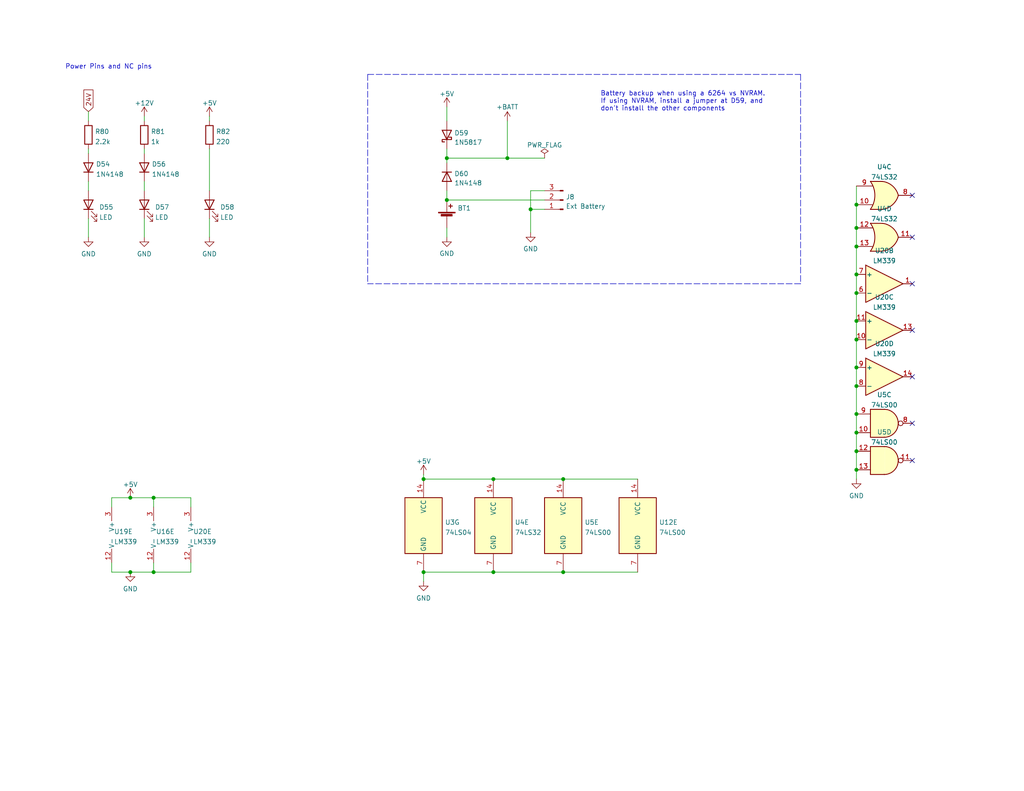
<source format=kicad_sch>
(kicad_sch (version 20211123) (generator eeschema)
  (paper "USLetter")
  (title_block (title "Power and Non-Connected pins") (date "2022-02-05") (rev "1.1") (company "ePinball") (comment 1 "github.com/jfleitz/gp-mpu"))
  (lib_symbols
    (symbol "74xx:74LS00" (pin_names (offset 1.016))
      (property "Reference" "U" (at 0 1.27 0))
      (property "Value" "74LS00" (at 0 -1.27 0))
      (symbol "74LS00_1_1"
        (arc (start 0 -3.81) (mid 3.81 0) (end 0 3.81) (stroke (width 0.254)) (fill (type background)))
        (polyline (pts (xy 0 3.81) (xy -3.81 3.81) (xy -3.81 -3.81) (xy 0 -3.81)) (stroke (width 0.254)) (fill (type background)))
        (pin input line (at -7.62 2.54 0) (length 3.81) (name "~") (number "1"))
        (pin input line (at -7.62 -2.54 0) (length 3.81) (name "~") (number "2"))
        (pin output inverted (at 7.62 0 180) (length 3.81) (name "~") (number "3"))
      )
      (symbol "74LS00_1_2"
        (arc (start -3.81 -3.81) (mid -2.589 0) (end -3.81 3.81) (stroke (width 0.254)))
        (arc (start -0.6096 -3.81) (mid 2.1855 -2.584) (end 3.81 0) (stroke (width 0.254)) (fill (type background)))
        (polyline (pts (xy -3.81 -3.81) (xy -0.635 -3.81)) (stroke (width 0.254)) (fill (type background)))
        (polyline (pts (xy -3.81 3.81) (xy -0.635 3.81)) (stroke (width 0.254)) (fill (type background)))
        (polyline (pts (xy -0.635 3.81) (xy -3.81 3.81) (xy -3.81 3.81) (xy -3.556 3.4036) (xy -3.0226 2.2606) (xy -2.6924 1.0414) (xy -2.6162 -0.254) (xy -2.7686 -1.4986) (xy -3.175 -2.7178) (xy -3.81 -3.81) (xy -3.81 -3.81) (xy -0.635 -3.81)) (stroke (width -25.4)) (fill (type background)))
        (arc (start 3.81 0) (mid 2.1928 2.5925) (end -0.6096 3.81) (stroke (width 0.254)) (fill (type background)))
        (pin input inverted (at -7.62 2.54 0) (length 4.318) (name "~") (number "1"))
        (pin input inverted (at -7.62 -2.54 0) (length 4.318) (name "~") (number "2"))
        (pin output line (at 7.62 0 180) (length 3.81) (name "~") (number "3"))
      )
      (symbol "74LS00_2_1"
        (arc (start 0 -3.81) (mid 3.81 0) (end 0 3.81) (stroke (width 0.254)) (fill (type background)))
        (polyline (pts (xy 0 3.81) (xy -3.81 3.81) (xy -3.81 -3.81) (xy 0 -3.81)) (stroke (width 0.254)) (fill (type background)))
        (pin input line (at -7.62 2.54 0) (length 3.81) (name "~") (number "4"))
        (pin input line (at -7.62 -2.54 0) (length 3.81) (name "~") (number "5"))
        (pin output inverted (at 7.62 0 180) (length 3.81) (name "~") (number "6"))
      )
      (symbol "74LS00_2_2"
        (arc (start -3.81 -3.81) (mid -2.589 0) (end -3.81 3.81) (stroke (width 0.254)))
        (arc (start -0.6096 -3.81) (mid 2.1855 -2.584) (end 3.81 0) (stroke (width 0.254)) (fill (type background)))
        (polyline (pts (xy -3.81 -3.81) (xy -0.635 -3.81)) (stroke (width 0.254)) (fill (type background)))
        (polyline (pts (xy -3.81 3.81) (xy -0.635 3.81)) (stroke (width 0.254)) (fill (type background)))
        (polyline (pts (xy -0.635 3.81) (xy -3.81 3.81) (xy -3.81 3.81) (xy -3.556 3.4036) (xy -3.0226 2.2606) (xy -2.6924 1.0414) (xy -2.6162 -0.254) (xy -2.7686 -1.4986) (xy -3.175 -2.7178) (xy -3.81 -3.81) (xy -3.81 -3.81) (xy -0.635 -3.81)) (stroke (width -25.4)) (fill (type background)))
        (arc (start 3.81 0) (mid 2.1928 2.5925) (end -0.6096 3.81) (stroke (width 0.254)) (fill (type background)))
        (pin input inverted (at -7.62 2.54 0) (length 4.318) (name "~") (number "4"))
        (pin input inverted (at -7.62 -2.54 0) (length 4.318) (name "~") (number "5"))
        (pin output line (at 7.62 0 180) (length 3.81) (name "~") (number "6"))
      )
      (symbol "74LS00_3_1"
        (arc (start 0 -3.81) (mid 3.81 0) (end 0 3.81) (stroke (width 0.254)) (fill (type background)))
        (polyline (pts (xy 0 3.81) (xy -3.81 3.81) (xy -3.81 -3.81) (xy 0 -3.81)) (stroke (width 0.254)) (fill (type background)))
        (pin input line (at -7.62 -2.54 0) (length 3.81) (name "~") (number "10"))
        (pin output inverted (at 7.62 0 180) (length 3.81) (name "~") (number "8"))
        (pin input line (at -7.62 2.54 0) (length 3.81) (name "~") (number "9"))
      )
      (symbol "74LS00_3_2"
        (arc (start -3.81 -3.81) (mid -2.589 0) (end -3.81 3.81) (stroke (width 0.254)))
        (arc (start -0.6096 -3.81) (mid 2.1855 -2.584) (end 3.81 0) (stroke (width 0.254)) (fill (type background)))
        (polyline (pts (xy -3.81 -3.81) (xy -0.635 -3.81)) (stroke (width 0.254)) (fill (type background)))
        (polyline (pts (xy -3.81 3.81) (xy -0.635 3.81)) (stroke (width 0.254)) (fill (type background)))
        (polyline (pts (xy -0.635 3.81) (xy -3.81 3.81) (xy -3.81 3.81) (xy -3.556 3.4036) (xy -3.0226 2.2606) (xy -2.6924 1.0414) (xy -2.6162 -0.254) (xy -2.7686 -1.4986) (xy -3.175 -2.7178) (xy -3.81 -3.81) (xy -3.81 -3.81) (xy -0.635 -3.81)) (stroke (width -25.4)) (fill (type background)))
        (arc (start 3.81 0) (mid 2.1928 2.5925) (end -0.6096 3.81) (stroke (width 0.254)) (fill (type background)))
        (pin input inverted (at -7.62 -2.54 0) (length 4.318) (name "~") (number "10"))
        (pin output line (at 7.62 0 180) (length 3.81) (name "~") (number "8"))
        (pin input inverted (at -7.62 2.54 0) (length 4.318) (name "~") (number "9"))
      )
      (symbol "74LS00_4_1"
        (arc (start 0 -3.81) (mid 3.81 0) (end 0 3.81) (stroke (width 0.254)) (fill (type background)))
        (polyline (pts (xy 0 3.81) (xy -3.81 3.81) (xy -3.81 -3.81) (xy 0 -3.81)) (stroke (width 0.254)) (fill (type background)))
        (pin output inverted (at 7.62 0 180) (length 3.81) (name "~") (number "11"))
        (pin input line (at -7.62 2.54 0) (length 3.81) (name "~") (number "12"))
        (pin input line (at -7.62 -2.54 0) (length 3.81) (name "~") (number "13"))
      )
      (symbol "74LS00_4_2"
        (arc (start -3.81 -3.81) (mid -2.589 0) (end -3.81 3.81) (stroke (width 0.254)))
        (arc (start -0.6096 -3.81) (mid 2.1855 -2.584) (end 3.81 0) (stroke (width 0.254)) (fill (type background)))
        (polyline (pts (xy -3.81 -3.81) (xy -0.635 -3.81)) (stroke (width 0.254)) (fill (type background)))
        (polyline (pts (xy -3.81 3.81) (xy -0.635 3.81)) (stroke (width 0.254)) (fill (type background)))
        (polyline (pts (xy -0.635 3.81) (xy -3.81 3.81) (xy -3.81 3.81) (xy -3.556 3.4036) (xy -3.0226 2.2606) (xy -2.6924 1.0414) (xy -2.6162 -0.254) (xy -2.7686 -1.4986) (xy -3.175 -2.7178) (xy -3.81 -3.81) (xy -3.81 -3.81) (xy -0.635 -3.81)) (stroke (width -25.4)) (fill (type background)))
        (arc (start 3.81 0) (mid 2.1928 2.5925) (end -0.6096 3.81) (stroke (width 0.254)) (fill (type background)))
        (pin output line (at 7.62 0 180) (length 3.81) (name "~") (number "11"))
        (pin input inverted (at -7.62 2.54 0) (length 4.318) (name "~") (number "12"))
        (pin input inverted (at -7.62 -2.54 0) (length 4.318) (name "~") (number "13"))
      )
      (symbol "74LS00_5_0"
        (pin power_in line (at 0 12.7 270) (length 5.08) (name "VCC") (number "14"))
        (pin power_in line (at 0 -12.7 90) (length 5.08) (name "GND") (number "7"))
      )
      (symbol "74LS00_5_1"
        (rectangle (start -5.08 7.62) (end 5.08 -7.62) (stroke (width 0.254)) (fill (type background)))
      )
    )
    (symbol "74xx:74LS04"
      (property "Reference" "U" (at 0 1.27 0))
      (property "Value" "74LS04" (at 0 -1.27 0))
      (symbol "74LS04_1_0"
        (polyline (pts (xy -3.81 3.81) (xy -3.81 -3.81) (xy 3.81 0) (xy -3.81 3.81)) (stroke (width 0.254)) (fill (type background)))
        (pin input line (at -7.62 0 0) (length 3.81) (name "~") (number "1"))
        (pin output inverted (at 7.62 0 180) (length 3.81) (name "~") (number "2"))
      )
      (symbol "74LS04_2_0"
        (polyline (pts (xy -3.81 3.81) (xy -3.81 -3.81) (xy 3.81 0) (xy -3.81 3.81)) (stroke (width 0.254)) (fill (type background)))
        (pin input line (at -7.62 0 0) (length 3.81) (name "~") (number "3"))
        (pin output inverted (at 7.62 0 180) (length 3.81) (name "~") (number "4"))
      )
      (symbol "74LS04_3_0"
        (polyline (pts (xy -3.81 3.81) (xy -3.81 -3.81) (xy 3.81 0) (xy -3.81 3.81)) (stroke (width 0.254)) (fill (type background)))
        (pin input line (at -7.62 0 0) (length 3.81) (name "~") (number "5"))
        (pin output inverted (at 7.62 0 180) (length 3.81) (name "~") (number "6"))
      )
      (symbol "74LS04_4_0"
        (polyline (pts (xy -3.81 3.81) (xy -3.81 -3.81) (xy 3.81 0) (xy -3.81 3.81)) (stroke (width 0.254)) (fill (type background)))
        (pin output inverted (at 7.62 0 180) (length 3.81) (name "~") (number "8"))
        (pin input line (at -7.62 0 0) (length 3.81) (name "~") (number "9"))
      )
      (symbol "74LS04_5_0"
        (polyline (pts (xy -3.81 3.81) (xy -3.81 -3.81) (xy 3.81 0) (xy -3.81 3.81)) (stroke (width 0.254)) (fill (type background)))
        (pin output inverted (at 7.62 0 180) (length 3.81) (name "~") (number "10"))
        (pin input line (at -7.62 0 0) (length 3.81) (name "~") (number "11"))
      )
      (symbol "74LS04_6_0"
        (polyline (pts (xy -3.81 3.81) (xy -3.81 -3.81) (xy 3.81 0) (xy -3.81 3.81)) (stroke (width 0.254)) (fill (type background)))
        (pin output inverted (at 7.62 0 180) (length 3.81) (name "~") (number "12"))
        (pin input line (at -7.62 0 0) (length 3.81) (name "~") (number "13"))
      )
      (symbol "74LS04_7_0"
        (pin power_in line (at 0 12.7 270) (length 5.08) (name "VCC") (number "14"))
        (pin power_in line (at 0 -12.7 90) (length 5.08) (name "GND") (number "7"))
      )
      (symbol "74LS04_7_1"
        (rectangle (start -5.08 7.62) (end 5.08 -7.62) (stroke (width 0.254)) (fill (type background)))
      )
    )
    (symbol "74xx:74LS32" (pin_names (offset 1.016))
      (property "Reference" "U" (at 0 1.27 0))
      (property "Value" "74LS32" (at 0 -1.27 0))
      (symbol "74LS32_1_1"
        (arc (start -3.81 -3.81) (mid -2.589 0) (end -3.81 3.81) (stroke (width 0.254)))
        (arc (start -0.6096 -3.81) (mid 2.1855 -2.584) (end 3.81 0) (stroke (width 0.254)) (fill (type background)))
        (polyline (pts (xy -3.81 -3.81) (xy -0.635 -3.81)) (stroke (width 0.254)) (fill (type background)))
        (polyline (pts (xy -3.81 3.81) (xy -0.635 3.81)) (stroke (width 0.254)) (fill (type background)))
        (polyline (pts (xy -0.635 3.81) (xy -3.81 3.81) (xy -3.81 3.81) (xy -3.556 3.4036) (xy -3.0226 2.2606) (xy -2.6924 1.0414) (xy -2.6162 -0.254) (xy -2.7686 -1.4986) (xy -3.175 -2.7178) (xy -3.81 -3.81) (xy -3.81 -3.81) (xy -0.635 -3.81)) (stroke (width -25.4)) (fill (type background)))
        (arc (start 3.81 0) (mid 2.1928 2.5925) (end -0.6096 3.81) (stroke (width 0.254)) (fill (type background)))
        (pin input line (at -7.62 2.54 0) (length 4.318) (name "~") (number "1"))
        (pin input line (at -7.62 -2.54 0) (length 4.318) (name "~") (number "2"))
        (pin output line (at 7.62 0 180) (length 3.81) (name "~") (number "3"))
      )
      (symbol "74LS32_1_2"
        (arc (start 0 -3.81) (mid 3.81 0) (end 0 3.81) (stroke (width 0.254)) (fill (type background)))
        (polyline (pts (xy 0 3.81) (xy -3.81 3.81) (xy -3.81 -3.81) (xy 0 -3.81)) (stroke (width 0.254)) (fill (type background)))
        (pin input inverted (at -7.62 2.54 0) (length 3.81) (name "~") (number "1"))
        (pin input inverted (at -7.62 -2.54 0) (length 3.81) (name "~") (number "2"))
        (pin output inverted (at 7.62 0 180) (length 3.81) (name "~") (number "3"))
      )
      (symbol "74LS32_2_1"
        (arc (start -3.81 -3.81) (mid -2.589 0) (end -3.81 3.81) (stroke (width 0.254)))
        (arc (start -0.6096 -3.81) (mid 2.1855 -2.584) (end 3.81 0) (stroke (width 0.254)) (fill (type background)))
        (polyline (pts (xy -3.81 -3.81) (xy -0.635 -3.81)) (stroke (width 0.254)) (fill (type background)))
        (polyline (pts (xy -3.81 3.81) (xy -0.635 3.81)) (stroke (width 0.254)) (fill (type background)))
        (polyline (pts (xy -0.635 3.81) (xy -3.81 3.81) (xy -3.81 3.81) (xy -3.556 3.4036) (xy -3.0226 2.2606) (xy -2.6924 1.0414) (xy -2.6162 -0.254) (xy -2.7686 -1.4986) (xy -3.175 -2.7178) (xy -3.81 -3.81) (xy -3.81 -3.81) (xy -0.635 -3.81)) (stroke (width -25.4)) (fill (type background)))
        (arc (start 3.81 0) (mid 2.1928 2.5925) (end -0.6096 3.81) (stroke (width 0.254)) (fill (type background)))
        (pin input line (at -7.62 2.54 0) (length 4.318) (name "~") (number "4"))
        (pin input line (at -7.62 -2.54 0) (length 4.318) (name "~") (number "5"))
        (pin output line (at 7.62 0 180) (length 3.81) (name "~") (number "6"))
      )
      (symbol "74LS32_2_2"
        (arc (start 0 -3.81) (mid 3.81 0) (end 0 3.81) (stroke (width 0.254)) (fill (type background)))
        (polyline (pts (xy 0 3.81) (xy -3.81 3.81) (xy -3.81 -3.81) (xy 0 -3.81)) (stroke (width 0.254)) (fill (type background)))
        (pin input inverted (at -7.62 2.54 0) (length 3.81) (name "~") (number "4"))
        (pin input inverted (at -7.62 -2.54 0) (length 3.81) (name "~") (number "5"))
        (pin output inverted (at 7.62 0 180) (length 3.81) (name "~") (number "6"))
      )
      (symbol "74LS32_3_1"
        (arc (start -3.81 -3.81) (mid -2.589 0) (end -3.81 3.81) (stroke (width 0.254)))
        (arc (start -0.6096 -3.81) (mid 2.1855 -2.584) (end 3.81 0) (stroke (width 0.254)) (fill (type background)))
        (polyline (pts (xy -3.81 -3.81) (xy -0.635 -3.81)) (stroke (width 0.254)) (fill (type background)))
        (polyline (pts (xy -3.81 3.81) (xy -0.635 3.81)) (stroke (width 0.254)) (fill (type background)))
        (polyline (pts (xy -0.635 3.81) (xy -3.81 3.81) (xy -3.81 3.81) (xy -3.556 3.4036) (xy -3.0226 2.2606) (xy -2.6924 1.0414) (xy -2.6162 -0.254) (xy -2.7686 -1.4986) (xy -3.175 -2.7178) (xy -3.81 -3.81) (xy -3.81 -3.81) (xy -0.635 -3.81)) (stroke (width -25.4)) (fill (type background)))
        (arc (start 3.81 0) (mid 2.1928 2.5925) (end -0.6096 3.81) (stroke (width 0.254)) (fill (type background)))
        (pin input line (at -7.62 -2.54 0) (length 4.318) (name "~") (number "10"))
        (pin output line (at 7.62 0 180) (length 3.81) (name "~") (number "8"))
        (pin input line (at -7.62 2.54 0) (length 4.318) (name "~") (number "9"))
      )
      (symbol "74LS32_3_2"
        (arc (start 0 -3.81) (mid 3.81 0) (end 0 3.81) (stroke (width 0.254)) (fill (type background)))
        (polyline (pts (xy 0 3.81) (xy -3.81 3.81) (xy -3.81 -3.81) (xy 0 -3.81)) (stroke (width 0.254)) (fill (type background)))
        (pin input inverted (at -7.62 -2.54 0) (length 3.81) (name "~") (number "10"))
        (pin output inverted (at 7.62 0 180) (length 3.81) (name "~") (number "8"))
        (pin input inverted (at -7.62 2.54 0) (length 3.81) (name "~") (number "9"))
      )
      (symbol "74LS32_4_1"
        (arc (start -3.81 -3.81) (mid -2.589 0) (end -3.81 3.81) (stroke (width 0.254)))
        (arc (start -0.6096 -3.81) (mid 2.1855 -2.584) (end 3.81 0) (stroke (width 0.254)) (fill (type background)))
        (polyline (pts (xy -3.81 -3.81) (xy -0.635 -3.81)) (stroke (width 0.254)) (fill (type background)))
        (polyline (pts (xy -3.81 3.81) (xy -0.635 3.81)) (stroke (width 0.254)) (fill (type background)))
        (polyline (pts (xy -0.635 3.81) (xy -3.81 3.81) (xy -3.81 3.81) (xy -3.556 3.4036) (xy -3.0226 2.2606) (xy -2.6924 1.0414) (xy -2.6162 -0.254) (xy -2.7686 -1.4986) (xy -3.175 -2.7178) (xy -3.81 -3.81) (xy -3.81 -3.81) (xy -0.635 -3.81)) (stroke (width -25.4)) (fill (type background)))
        (arc (start 3.81 0) (mid 2.1928 2.5925) (end -0.6096 3.81) (stroke (width 0.254)) (fill (type background)))
        (pin output line (at 7.62 0 180) (length 3.81) (name "~") (number "11"))
        (pin input line (at -7.62 2.54 0) (length 4.318) (name "~") (number "12"))
        (pin input line (at -7.62 -2.54 0) (length 4.318) (name "~") (number "13"))
      )
      (symbol "74LS32_4_2"
        (arc (start 0 -3.81) (mid 3.81 0) (end 0 3.81) (stroke (width 0.254)) (fill (type background)))
        (polyline (pts (xy 0 3.81) (xy -3.81 3.81) (xy -3.81 -3.81) (xy 0 -3.81)) (stroke (width 0.254)) (fill (type background)))
        (pin output inverted (at 7.62 0 180) (length 3.81) (name "~") (number "11"))
        (pin input inverted (at -7.62 2.54 0) (length 3.81) (name "~") (number "12"))
        (pin input inverted (at -7.62 -2.54 0) (length 3.81) (name "~") (number "13"))
      )
      (symbol "74LS32_5_0"
        (pin power_in line (at 0 12.7 270) (length 5.08) (name "VCC") (number "14"))
        (pin power_in line (at 0 -12.7 90) (length 5.08) (name "GND") (number "7"))
      )
      (symbol "74LS32_5_1"
        (rectangle (start -5.08 7.62) (end 5.08 -7.62) (stroke (width 0.254)) (fill (type background)))
      )
    )
    (symbol "Comparator:LM339" (pin_names (offset 0.127))
      (property "Reference" "U" (at 0 5.08 0))
      (property "Value" "LM339" (at 0 -5.08 0))
      (symbol "LM339_1_1"
        (polyline (pts (xy -5.08 5.08) (xy 5.08 0) (xy -5.08 -5.08) (xy -5.08 5.08)) (stroke (width 0.254)) (fill (type background)))
        (pin open_collector line (at 7.62 0 180) (length 2.54) (name "~") (number "2"))
        (pin input line (at -7.62 -2.54 0) (length 2.54) (name "-") (number "4"))
        (pin input line (at -7.62 2.54 0) (length 2.54) (name "+") (number "5"))
      )
      (symbol "LM339_2_1"
        (polyline (pts (xy -5.08 5.08) (xy 5.08 0) (xy -5.08 -5.08) (xy -5.08 5.08)) (stroke (width 0.254)) (fill (type background)))
        (pin open_collector line (at 7.62 0 180) (length 2.54) (name "~") (number "1"))
        (pin input line (at -7.62 -2.54 0) (length 2.54) (name "-") (number "6"))
        (pin input line (at -7.62 2.54 0) (length 2.54) (name "+") (number "7"))
      )
      (symbol "LM339_3_1"
        (polyline (pts (xy -5.08 5.08) (xy 5.08 0) (xy -5.08 -5.08) (xy -5.08 5.08)) (stroke (width 0.254)) (fill (type background)))
        (pin input line (at -7.62 -2.54 0) (length 2.54) (name "-") (number "10"))
        (pin input line (at -7.62 2.54 0) (length 2.54) (name "+") (number "11"))
        (pin open_collector line (at 7.62 0 180) (length 2.54) (name "~") (number "13"))
      )
      (symbol "LM339_4_1"
        (polyline (pts (xy -5.08 5.08) (xy 5.08 0) (xy -5.08 -5.08) (xy -5.08 5.08)) (stroke (width 0.254)) (fill (type background)))
        (pin open_collector line (at 7.62 0 180) (length 2.54) (name "~") (number "14"))
        (pin input line (at -7.62 -2.54 0) (length 2.54) (name "-") (number "8"))
        (pin input line (at -7.62 2.54 0) (length 2.54) (name "+") (number "9"))
      )
      (symbol "LM339_5_1"
        (pin power_in line (at -2.54 -7.62 90) (length 3.81) (name "V-") (number "12"))
        (pin power_in line (at -2.54 7.62 270) (length 3.81) (name "V+") (number "3"))
      )
    )
    (symbol "Connector:Conn_01x03_Male" (pin_names (offset 1.016) hide)
      (property "Reference" "J" (at 0 5.08 0))
      (property "Value" "Conn_01x03_Male" (at 0 -5.08 0))
      (symbol "Conn_01x03_Male_1_1"
        (polyline (pts (xy 1.27 -2.54) (xy 0.8636 -2.54)) (stroke (width 0.1524)))
        (polyline (pts (xy 1.27 0) (xy 0.8636 0)) (stroke (width 0.1524)))
        (polyline (pts (xy 1.27 2.54) (xy 0.8636 2.54)) (stroke (width 0.1524)))
        (rectangle (start 0.8636 -2.413) (end 0 -2.667) (stroke (width 0.1524)) (fill (type outline)))
        (rectangle (start 0.8636 0.127) (end 0 -0.127) (stroke (width 0.1524)) (fill (type outline)))
        (rectangle (start 0.8636 2.667) (end 0 2.413) (stroke (width 0.1524)) (fill (type outline)))
        (pin passive line (at 5.08 2.54 180) (length 3.81) (name "Pin_1") (number "1"))
        (pin passive line (at 5.08 0 180) (length 3.81) (name "Pin_2") (number "2"))
        (pin passive line (at 5.08 -2.54 180) (length 3.81) (name "Pin_3") (number "3"))
      )
    )
    (symbol "Device:Battery_Cell" (pin_numbers hide) (pin_names (offset 0) hide)
      (property "Reference" "BT" (at 2.54 2.54 0))
      (property "Value" "Battery_Cell" (at 2.54 0 0))
      (symbol "Battery_Cell_0_1"
        (rectangle (start -2.286 1.778) (end 2.286 1.524) (fill (type outline)))
        (rectangle (start -1.5748 1.1938) (end 1.4732 0.6858) (fill (type outline)))
        (polyline (pts (xy 0 0.762) (xy 0 0)))
        (polyline (pts (xy 0 1.778) (xy 0 2.54)))
        (polyline (pts (xy 0.508 3.429) (xy 1.524 3.429)) (stroke (width 0.254)))
        (polyline (pts (xy 1.016 3.937) (xy 1.016 2.921)) (stroke (width 0.254)))
      )
      (symbol "Battery_Cell_1_1"
        (pin passive line (at 0 5.08 270) (length 2.54) (name "+") (number "1"))
        (pin passive line (at 0 -2.54 90) (length 2.54) (name "-") (number "2"))
      )
    )
    (symbol "Device:LED" (pin_numbers hide) (pin_names (offset 1.016) hide)
      (property "Reference" "D" (at 0 2.54 0))
      (property "Value" "LED" (at 0 -2.54 0))
      (symbol "LED_0_1"
        (polyline (pts (xy -1.27 -1.27) (xy -1.27 1.27)) (stroke (width 0.254)))
        (polyline (pts (xy -1.27 0) (xy 1.27 0)))
        (polyline (pts (xy 1.27 -1.27) (xy 1.27 1.27) (xy -1.27 0) (xy 1.27 -1.27)) (stroke (width 0.254)))
        (polyline (pts (xy -3.048 -0.762) (xy -4.572 -2.286) (xy -3.81 -2.286) (xy -4.572 -2.286) (xy -4.572 -1.524)))
        (polyline (pts (xy -1.778 -0.762) (xy -3.302 -2.286) (xy -2.54 -2.286) (xy -3.302 -2.286) (xy -3.302 -1.524)))
      )
      (symbol "LED_1_1"
        (pin passive line (at -3.81 0 0) (length 2.54) (name "K") (number "1"))
        (pin passive line (at 3.81 0 180) (length 2.54) (name "A") (number "2"))
      )
    )
    (symbol "Device:R" (pin_numbers hide) (pin_names (offset 0))
      (property "Reference" "R" (at 2.032 0 90))
      (property "Value" "R" (at 0 0 90))
      (symbol "R_0_1"
        (rectangle (start -1.016 -2.54) (end 1.016 2.54) (stroke (width 0.254)))
      )
      (symbol "R_1_1"
        (pin passive line (at 0 3.81 270) (length 1.27) (name "~") (number "1"))
        (pin passive line (at 0 -3.81 90) (length 1.27) (name "~") (number "2"))
      )
    )
    (symbol "Diode:1N4148" (pin_numbers hide) (pin_names (offset 1.016) hide)
      (property "Reference" "D" (at 0 2.54 0))
      (property "Value" "1N4148" (at 0 -2.54 0))
      (symbol "1N4148_0_1"
        (polyline (pts (xy -1.27 1.27) (xy -1.27 -1.27)) (stroke (width 0.254)))
        (polyline (pts (xy 1.27 0) (xy -1.27 0)))
        (polyline (pts (xy 1.27 1.27) (xy 1.27 -1.27) (xy -1.27 0) (xy 1.27 1.27)) (stroke (width 0.254)))
      )
      (symbol "1N4148_1_1"
        (pin passive line (at -3.81 0 0) (length 2.54) (name "K") (number "1"))
        (pin passive line (at 3.81 0 180) (length 2.54) (name "A") (number "2"))
      )
    )
    (symbol "Diode:1N5817" (pin_numbers hide) (pin_names (offset 1.016) hide)
      (property "Reference" "D" (at 0 2.54 0))
      (property "Value" "1N5817" (at 0 -2.54 0))
      (symbol "1N5817_0_1"
        (polyline (pts (xy 1.27 0) (xy -1.27 0)))
        (polyline (pts (xy 1.27 1.27) (xy 1.27 -1.27) (xy -1.27 0) (xy 1.27 1.27)) (stroke (width 0.254)))
        (polyline (pts (xy -1.905 0.635) (xy -1.905 1.27) (xy -1.27 1.27) (xy -1.27 -1.27) (xy -0.635 -1.27) (xy -0.635 -0.635)) (stroke (width 0.254)))
      )
      (symbol "1N5817_1_1"
        (pin passive line (at -3.81 0 0) (length 2.54) (name "K") (number "1"))
        (pin passive line (at 3.81 0 180) (length 2.54) (name "A") (number "2"))
      )
    )
    (symbol "power:+12V" (power) (pin_names (offset 0))
      (property "Value" "+12V" (at 0 3.556 0))
      (symbol "+12V_0_1"
        (polyline (pts (xy -0.762 1.27) (xy 0 2.54)))
        (polyline (pts (xy 0 0) (xy 0 2.54)))
        (polyline (pts (xy 0 2.54) (xy 0.762 1.27)))
      )
      (symbol "+12V_1_1"
        (pin power_in line (at 0 0 90) (length 0) hide (name "+12V") (number "1"))
      )
    )
    (symbol "power:+5V" (power) (pin_names (offset 0))
      (property "Value" "+5V" (at 0 3.556 0))
      (symbol "+5V_0_1"
        (polyline (pts (xy -0.762 1.27) (xy 0 2.54)))
        (polyline (pts (xy 0 0) (xy 0 2.54)))
        (polyline (pts (xy 0 2.54) (xy 0.762 1.27)))
      )
      (symbol "+5V_1_1"
        (pin power_in line (at 0 0 90) (length 0) hide (name "+5V") (number "1"))
      )
    )
    (symbol "power:+BATT" (power) (pin_names (offset 0))
      (property "Value" "+BATT" (at 0 3.556 0))
      (symbol "+BATT_0_1"
        (polyline (pts (xy -0.762 1.27) (xy 0 2.54)))
        (polyline (pts (xy 0 0) (xy 0 2.54)))
        (polyline (pts (xy 0 2.54) (xy 0.762 1.27)))
      )
      (symbol "+BATT_1_1"
        (pin power_in line (at 0 0 90) (length 0) hide (name "+BATT") (number "1"))
      )
    )
    (symbol "power:GND" (power) (pin_names (offset 0))
      (property "Value" "GND" (at 0 -3.81 0))
      (symbol "GND_0_1"
        (polyline (pts (xy 0 0) (xy 0 -1.27) (xy 1.27 -1.27) (xy 0 -2.54) (xy -1.27 -1.27) (xy 0 -1.27)))
      )
      (symbol "GND_1_1"
        (pin power_in line (at 0 0 270) (length 0) hide (name "GND") (number "1"))
      )
    )
    (symbol "power:PWR_FLAG" (power) (pin_numbers hide) (pin_names (offset 0) hide)
      (property "Value" "PWR_FLAG" (at 0 3.81 0))
      (symbol "PWR_FLAG_0_0"
        (pin power_out line (at 0 0 90) (length 0) (name "pwr") (number "1"))
      )
      (symbol "PWR_FLAG_0_1"
        (polyline (pts (xy 0 0) (xy 0 1.27) (xy -1.016 1.905) (xy 0 2.54) (xy 1.016 1.905) (xy 0 1.27)))
      )
    )
  )
  (junction (at 134.62 156.21))
  (junction (at 233.68 105.41))
  (junction (at 134.62 130.81))
  (junction (at 153.67 156.21))
  (junction (at 35.56 135.89))
  (junction (at 233.68 128.27))
  (junction (at 233.68 87.63))
  (junction (at 138.43 43.18))
  (junction (at 233.68 74.93))
  (junction (at 41.91 135.89))
  (junction (at 233.68 92.71))
  (junction (at 233.68 55.88))
  (junction (at 233.68 100.33))
  (junction (at 121.92 43.18))
  (junction (at 153.67 130.81))
  (junction (at 233.68 80.01))
  (junction (at 233.68 67.31))
  (junction (at 115.57 156.21))
  (junction (at 233.68 118.11))
  (junction (at 115.57 130.81))
  (junction (at 233.68 123.19))
  (junction (at 233.68 113.03))
  (junction (at 35.56 156.21))
  (junction (at 144.78 57.15))
  (junction (at 233.68 62.23))
  (junction (at 41.91 156.21))
  (junction (at 121.92 54.61))
  (no_connect (at 248.92 64.77))
  (no_connect (at 248.92 53.34))
  (no_connect (at 248.92 115.57))
  (no_connect (at 248.92 102.87))
  (no_connect (at 248.92 77.47))
  (no_connect (at 248.92 90.17))
  (no_connect (at 248.92 125.73))
  (wire (pts (xy 121.92 43.18) (xy 121.92 44.45)))
  (wire (pts (xy 39.37 59.69) (xy 39.37 64.77)))
  (wire (pts (xy 134.62 130.81) (xy 153.67 130.81)))
  (wire (pts (xy 52.07 156.21) (xy 41.91 156.21)))
  (wire (pts (xy 57.15 31.75) (xy 57.15 33.02)))
  (wire (pts (xy 35.56 156.21) (xy 41.91 156.21)))
  (wire (pts (xy 233.68 74.93) (xy 233.68 80.01)))
  (wire (pts (xy 30.48 138.43) (xy 30.48 135.89)))
  (wire (pts (xy 39.37 40.64) (xy 39.37 41.91)))
  (wire (pts (xy 233.68 113.03) (xy 233.68 118.11)))
  (wire (pts (xy 41.91 135.89) (xy 41.91 138.43)))
  (wire (pts (xy 115.57 129.54) (xy 115.57 130.81)))
  (wire (pts (xy 24.13 40.64) (xy 24.13 41.91)))
  (wire (pts (xy 233.68 87.63) (xy 233.68 92.71)))
  (wire (pts (xy 233.68 62.23) (xy 233.68 67.31)))
  (wire (pts (xy 52.07 138.43) (xy 52.07 135.89)))
  (polyline (pts (xy 218.44 77.47) (xy 100.33 77.47)))
  (wire (pts (xy 233.68 50.8) (xy 233.68 55.88)))
  (wire (pts (xy 144.78 57.15) (xy 148.59 57.15)))
  (wire (pts (xy 121.92 29.21) (xy 121.92 33.02)))
  (wire (pts (xy 39.37 49.53) (xy 39.37 52.07)))
  (wire (pts (xy 24.13 30.48) (xy 24.13 33.02)))
  (wire (pts (xy 35.56 135.89) (xy 41.91 135.89)))
  (wire (pts (xy 57.15 40.64) (xy 57.15 52.07)))
  (wire (pts (xy 144.78 57.15) (xy 144.78 63.5)))
  (wire (pts (xy 121.92 52.07) (xy 121.92 54.61)))
  (wire (pts (xy 138.43 33.02) (xy 138.43 43.18)))
  (wire (pts (xy 233.68 80.01) (xy 233.68 87.63)))
  (wire (pts (xy 153.67 156.21) (xy 173.99 156.21)))
  (wire (pts (xy 233.68 123.19) (xy 233.68 128.27)))
  (wire (pts (xy 57.15 59.69) (xy 57.15 64.77)))
  (wire (pts (xy 121.92 43.18) (xy 138.43 43.18)))
  (wire (pts (xy 115.57 130.81) (xy 134.62 130.81)))
  (wire (pts (xy 233.68 67.31) (xy 233.68 74.93)))
  (wire (pts (xy 233.68 100.33) (xy 233.68 105.41)))
  (wire (pts (xy 30.48 156.21) (xy 35.56 156.21)))
  (wire (pts (xy 30.48 135.89) (xy 35.56 135.89)))
  (wire (pts (xy 121.92 40.64) (xy 121.92 43.18)))
  (wire (pts (xy 144.78 52.07) (xy 144.78 57.15)))
  (wire (pts (xy 138.43 43.18) (xy 148.59 43.18)))
  (wire (pts (xy 233.68 105.41) (xy 233.68 113.03)))
  (wire (pts (xy 134.62 156.21) (xy 153.67 156.21)))
  (wire (pts (xy 153.67 130.81) (xy 173.99 130.81)))
  (wire (pts (xy 24.13 49.53) (xy 24.13 52.07)))
  (wire (pts (xy 52.07 153.67) (xy 52.07 156.21)))
  (wire (pts (xy 41.91 156.21) (xy 41.91 153.67)))
  (wire (pts (xy 148.59 52.07) (xy 144.78 52.07)))
  (wire (pts (xy 30.48 153.67) (xy 30.48 156.21)))
  (wire (pts (xy 115.57 156.21) (xy 115.57 158.75)))
  (wire (pts (xy 233.68 92.71) (xy 233.68 100.33)))
  (wire (pts (xy 121.92 54.61) (xy 148.59 54.61)))
  (wire (pts (xy 233.68 55.88) (xy 233.68 62.23)))
  (wire (pts (xy 233.68 118.11) (xy 233.68 123.19)))
  (polyline (pts (xy 100.33 20.32) (xy 218.44 20.32)))
  (wire (pts (xy 233.68 128.27) (xy 233.68 130.81)))
  (wire (pts (xy 24.13 59.69) (xy 24.13 64.77)))
  (wire (pts (xy 39.37 31.75) (xy 39.37 33.02)))
  (wire (pts (xy 115.57 156.21) (xy 134.62 156.21)))
  (wire (pts (xy 52.07 135.89) (xy 41.91 135.89)))
  (wire (pts (xy 121.92 62.23) (xy 121.92 64.77)))
  (polyline (pts (xy 218.44 20.32) (xy 218.44 77.47)))
  (polyline (pts (xy 100.33 20.32) (xy 100.33 77.47)))
  (text "Battery backup when using a 6264 vs NVRAM.\nIf using NVRAM, install a jumper at D59, and\ndon't install the other components" (at 163.83 30.48 0) (effects (font (size 1.27 1.27)) (justify left bottom)))
  (text "Power Pins and NC pins" (at 17.78 19.05 0) (effects (font (size 1.27 1.27)) (justify left bottom)))
  (global_label "24V" (shape input) (at 24.13 30.48 90) (property "Intersheet References" "${INTERSHEET_REFS}" (effects hide)))
  (symbol (lib_id "Comparator:LM339") (at 44.45 146.05 0) (unit 5)
    (property "Reference" "U16" (at 42.545 145.1415 0) (effects (justify left)))
    (property "Value" "LM339" (at 42.545 147.9166 0) (effects (justify left)))
    (property "Footprint" "Package_DIP:DIP-14_W7.62mm_LongPads" (effects hide))
    (property "Datasheet" "https://www.st.com/resource/en/datasheet/lm139.pdf" (effects hide))
  )
  (symbol (lib_id "Diode:1N4148") (at 121.92 48.26 270) (unit 1)
    (property "Reference" "D60" (at 123.952 47.4253 90) (effects (justify left)))
    (property "Value" "1N4148" (at 123.952 49.9622 90) (effects (justify left)))
    (property "Footprint" "Diode_THT:D_DO-35_SOD27_P7.62mm_Horizontal" (effects hide))
    (property "Datasheet" "https://assets.nexperia.com/documents/data-sheet/1N4148_1N4448.pdf" (effects hide))
  )
  (symbol (lib_id "power:GND") (at 144.78 63.5 0) (unit 1)
    (property "Reference" "#PWR075" (effects hide))
    (property "Value" "GND" (at 144.78 67.9434 0))
  )
  (symbol (lib_id "power:GND") (at 24.13 64.77 0) (unit 1)
    (property "Reference" "#PWR053" (effects hide))
    (property "Value" "GND" (at 24.13 69.3325 0))
  )
  (symbol (lib_id "power:GND") (at 39.37 64.77 0) (unit 1)
    (property "Reference" "#PWR062" (effects hide))
    (property "Value" "GND" (at 39.37 69.3325 0))
  )
  (symbol (lib_id "74xx:74LS32") (at 241.3 64.77 0) (unit 4)
    (property "Reference" "U4" (at 241.3 56.9935 0))
    (property "Value" "74LS32" (at 241.3 59.7686 0))
    (property "Footprint" "Package_DIP:DIP-14_W7.62mm_LongPads" (effects hide))
    (property "Datasheet" "http://www.ti.com/lit/gpn/sn74LS32" (effects hide))
  )
  (symbol (lib_id "Device:Battery_Cell") (at 121.92 59.69 0) (unit 1)
    (property "Reference" "BT1" (at 124.841 56.8233 0) (effects (justify left)))
    (property "Footprint" "Battery:BatteryHolder_ComfortableElectronic_CH273-2450_1x2450" (effects hide))
  )
  (symbol (lib_id "74xx:74LS32") (at 241.3 53.34 0) (unit 3)
    (property "Reference" "U4" (at 241.3 45.5635 0))
    (property "Value" "74LS32" (at 241.3 48.3386 0))
    (property "Footprint" "Package_DIP:DIP-14_W7.62mm_LongPads" (effects hide))
    (property "Datasheet" "http://www.ti.com/lit/gpn/sn74LS32" (effects hide))
  )
  (symbol (lib_id "Diode:1N4148") (at 39.37 45.72 90) (unit 1)
    (property "Reference" "D56" (at 41.402 44.8115 90) (effects (justify right)))
    (property "Value" "1N4148" (at 41.402 47.5866 90) (effects (justify right)))
    (property "Footprint" "Diode_THT:D_DO-35_SOD27_P7.62mm_Horizontal" (effects hide))
    (property "Datasheet" "https://assets.nexperia.com/documents/data-sheet/1N4148_1N4448.pdf" (effects hide))
  )
  (symbol (lib_id "power:GND") (at 35.56 156.21 0) (unit 1)
    (property "Reference" "#PWR0106" (effects hide))
    (property "Value" "GND" (at 35.56 160.7725 0))
  )
  (symbol (lib_id "74xx:74LS32") (at 134.62 143.51 0) (unit 5)
    (property "Reference" "U4" (at 140.462 142.6015 0) (effects (justify left)))
    (property "Value" "74LS32" (at 140.462 145.3766 0) (effects (justify left)))
    (property "Footprint" "Package_DIP:DIP-14_W7.62mm_LongPads" (effects hide))
    (property "Datasheet" "http://www.ti.com/lit/gpn/sn74LS32" (effects hide))
  )
  (symbol (lib_id "74xx:74LS00") (at 173.99 143.51 0) (unit 5)
    (property "Reference" "U12" (at 179.832 142.6015 0) (effects (justify left)))
    (property "Value" "74LS00" (at 179.832 145.3766 0) (effects (justify left)))
    (property "Footprint" "Package_DIP:DIP-14_W7.62mm_LongPads" (effects hide))
    (property "Datasheet" "http://www.ti.com/lit/gpn/sn74ls00" (effects hide))
  )
  (symbol (lib_id "Diode:1N4148") (at 24.13 45.72 90) (unit 1)
    (property "Reference" "D54" (at 26.162 44.8115 90) (effects (justify right)))
    (property "Value" "1N4148" (at 26.162 47.5866 90) (effects (justify right)))
    (property "Footprint" "Diode_THT:D_DO-35_SOD27_P7.62mm_Horizontal" (effects hide))
    (property "Datasheet" "https://assets.nexperia.com/documents/data-sheet/1N4148_1N4448.pdf" (effects hide))
  )
  (symbol (lib_id "74xx:74LS00") (at 241.3 115.57 0) (unit 3)
    (property "Reference" "U5" (at 241.3 107.7935 0))
    (property "Value" "74LS00" (at 241.3 110.5686 0))
    (property "Footprint" "Package_DIP:DIP-14_W7.62mm_LongPads" (effects hide))
    (property "Datasheet" "http://www.ti.com/lit/gpn/sn74ls00" (effects hide))
  )
  (symbol (lib_id "Device:LED") (at 39.37 55.88 90) (unit 1)
    (property "Reference" "D57" (at 42.291 56.559 90) (effects (justify right)))
    (property "Value" "LED" (at 42.291 59.3341 90) (effects (justify right)))
    (property "Footprint" "LED_THT:LED_D3.0mm" (effects hide))
  )
  (symbol (lib_id "power:+12V") (at 39.37 31.75 0) (unit 1)
    (property "Reference" "#PWR061" (effects hide))
    (property "Value" "+12V" (at 39.37 28.1455 0))
  )
  (symbol (lib_id "74xx:74LS00") (at 153.67 143.51 0) (unit 5)
    (property "Reference" "U5" (at 159.512 142.6015 0) (effects (justify left)))
    (property "Value" "74LS00" (at 159.512 145.3766 0) (effects (justify left)))
    (property "Footprint" "Package_DIP:DIP-14_W7.62mm_LongPads" (effects hide))
    (property "Datasheet" "http://www.ti.com/lit/gpn/sn74ls00" (effects hide))
  )
  (symbol (lib_id "Device:R") (at 24.13 36.83 0) (unit 1)
    (property "Reference" "R80" (at 25.908 35.9215 0) (effects (justify left)))
    (property "Value" "2.2k" (at 25.908 38.6966 0) (effects (justify left)))
    (property "Footprint" "Resistor_THT:R_Axial_DIN0207_L6.3mm_D2.5mm_P10.16mm_Horizontal" (effects hide))
  )
  (symbol (lib_id "Comparator:LM339") (at 54.61 146.05 0) (unit 5)
    (property "Reference" "U20" (at 52.705 145.1415 0) (effects (justify left)))
    (property "Value" "LM339" (at 52.705 147.9166 0) (effects (justify left)))
    (property "Footprint" "Package_DIP:DIP-14_W7.62mm_LongPads" (effects hide))
    (property "Datasheet" "https://www.st.com/resource/en/datasheet/lm139.pdf" (effects hide))
  )
  (symbol (lib_id "Device:LED") (at 57.15 55.88 90) (unit 1)
    (property "Reference" "D58" (at 60.071 56.559 90) (effects (justify right)))
    (property "Value" "LED" (at 60.071 59.3341 90) (effects (justify right)))
    (property "Footprint" "LED_THT:LED_D3.0mm" (effects hide))
  )
  (symbol (lib_id "power:+5V") (at 57.15 31.75 0) (unit 1)
    (property "Reference" "#PWR063" (effects hide))
    (property "Value" "+5V" (at 57.15 28.1455 0))
  )
  (symbol (lib_id "Comparator:LM339") (at 33.02 146.05 0) (unit 5)
    (property "Reference" "U19" (at 31.115 145.1415 0) (effects (justify left)))
    (property "Value" "LM339" (at 31.115 147.9166 0) (effects (justify left)))
    (property "Footprint" "Package_DIP:DIP-14_W7.62mm_LongPads" (effects hide))
    (property "Datasheet" "https://www.st.com/resource/en/datasheet/lm139.pdf" (effects hide))
  )
  (symbol (lib_id "power:+5V") (at 115.57 129.54 0) (unit 1)
    (property "Reference" "#PWR0108" (effects hide))
    (property "Value" "+5V" (at 115.57 125.9355 0))
  )
  (symbol (lib_id "74xx:74LS04") (at 115.57 143.51 0) (unit 7)
    (property "Reference" "U3" (at 121.412 142.6015 0) (effects (justify left)))
    (property "Value" "74LS04" (at 121.412 145.3766 0) (effects (justify left)))
    (property "Footprint" "Package_DIP:DIP-14_W7.62mm_LongPads" (effects hide))
    (property "Datasheet" "http://www.ti.com/lit/gpn/sn74LS04" (effects hide))
  )
  (symbol (lib_id "power:GND") (at 233.68 130.81 0) (unit 1)
    (property "Reference" "#PWR0110" (effects hide))
    (property "Value" "GND" (at 233.68 135.3725 0))
  )
  (symbol (lib_id "power:GND") (at 115.57 158.75 0) (unit 1)
    (property "Reference" "#PWR0109" (effects hide))
    (property "Value" "GND" (at 115.57 163.3125 0))
  )
  (symbol (lib_id "power:GND") (at 121.92 64.77 0) (unit 1)
    (property "Reference" "#PWR073" (effects hide))
    (property "Value" "GND" (at 121.92 69.2134 0))
  )
  (symbol (lib_id "Device:R") (at 57.15 36.83 0) (unit 1)
    (property "Reference" "R82" (at 58.928 35.9215 0) (effects (justify left)))
    (property "Value" "220" (at 58.928 38.6966 0) (effects (justify left)))
    (property "Footprint" "Resistor_THT:R_Axial_DIN0207_L6.3mm_D2.5mm_P10.16mm_Horizontal" (effects hide))
  )
  (symbol (lib_id "power:+BATT") (at 138.43 33.02 0) (unit 1)
    (property "Reference" "#PWR074" (effects hide))
    (property "Value" "+BATT" (at 138.43 29.21 0))
  )
  (symbol (lib_id "Comparator:LM339") (at 241.3 77.47 0) (unit 2)
    (property "Reference" "U20" (at 241.3 68.4235 0))
    (property "Value" "LM339" (at 241.3 71.1986 0))
    (property "Footprint" "Package_DIP:DIP-14_W7.62mm_LongPads" (effects hide))
    (property "Datasheet" "https://www.st.com/resource/en/datasheet/lm139.pdf" (effects hide))
  )
  (symbol (lib_id "Diode:1N5817") (at 121.92 36.83 90) (unit 1)
    (property "Reference" "D59" (at 123.952 36.3128 90) (effects (justify right)))
    (property "Value" "1N5817" (at 123.952 38.8497 90) (effects (justify right)))
    (property "Footprint" "Diode_THT:D_DO-41_SOD81_P10.16mm_Horizontal" (effects hide))
    (property "Datasheet" "http://www.vishay.com/docs/88525/1n5817.pdf" (effects hide))
  )
  (symbol (lib_id "Device:LED") (at 24.13 55.88 90) (unit 1)
    (property "Reference" "D55" (at 27.051 56.559 90) (effects (justify right)))
    (property "Value" "LED" (at 27.051 59.3341 90) (effects (justify right)))
    (property "Footprint" "LED_THT:LED_D3.0mm" (effects hide))
  )
  (symbol (lib_id "power:PWR_FLAG") (at 148.59 43.18 0) (unit 1)
    (property "Reference" "#FLG01" (effects hide))
    (property "Value" "PWR_FLAG" (at 148.59 39.6042 0))
  )
  (symbol (lib_id "Connector:Conn_01x03_Male") (at 153.67 54.61 180) (unit 1)
    (property "Reference" "J8" (at 154.3812 53.7753 0) (effects (justify right)))
    (property "Value" "Ext Battery" (at 154.3812 56.3122 0) (effects (justify right)))
    (property "Footprint" "Connector_PinHeader_2.54mm:PinHeader_1x03_P2.54mm_Vertical" (effects hide))
  )
  (symbol (lib_id "power:+5V") (at 121.92 29.21 0) (unit 1)
    (property "Reference" "#PWR072" (effects hide))
    (property "Value" "+5V" (at 121.92 25.6342 0))
  )
  (symbol (lib_id "Device:R") (at 39.37 36.83 0) (unit 1)
    (property "Reference" "R81" (at 41.148 35.9215 0) (effects (justify left)))
    (property "Value" "1k" (at 41.148 38.6966 0) (effects (justify left)))
    (property "Footprint" "Resistor_THT:R_Axial_DIN0207_L6.3mm_D2.5mm_P10.16mm_Horizontal" (effects hide))
  )
  (symbol (lib_id "power:+5V") (at 35.56 135.89 0) (unit 1)
    (property "Reference" "#PWR0107" (effects hide))
    (property "Value" "+5V" (at 35.56 132.2855 0))
  )
  (symbol (lib_id "74xx:74LS00") (at 241.3 125.73 0) (unit 4)
    (property "Reference" "U5" (at 241.3 117.9535 0))
    (property "Value" "74LS00" (at 241.3 120.7286 0))
    (property "Footprint" "Package_DIP:DIP-14_W7.62mm_LongPads" (effects hide))
    (property "Datasheet" "http://www.ti.com/lit/gpn/sn74ls00" (effects hide))
  )
  (symbol (lib_id "Comparator:LM339") (at 241.3 90.17 0) (unit 3)
    (property "Reference" "U20" (at 241.3 81.1235 0))
    (property "Value" "LM339" (at 241.3 83.8986 0))
    (property "Footprint" "Package_DIP:DIP-14_W7.62mm_LongPads" (effects hide))
    (property "Datasheet" "https://www.st.com/resource/en/datasheet/lm139.pdf" (effects hide))
  )
  (symbol (lib_id "Comparator:LM339") (at 241.3 102.87 0) (unit 4)
    (property "Reference" "U20" (at 241.3 93.8235 0))
    (property "Value" "LM339" (at 241.3 96.5986 0))
    (property "Footprint" "Package_DIP:DIP-14_W7.62mm_LongPads" (effects hide))
    (property "Datasheet" "https://www.st.com/resource/en/datasheet/lm139.pdf" (effects hide))
  )
  (symbol (lib_id "power:GND") (at 57.15 64.77 0) (unit 1)
    (property "Reference" "#PWR064" (effects hide))
    (property "Value" "GND" (at 57.15 69.3325 0))
  )
)
</source>
